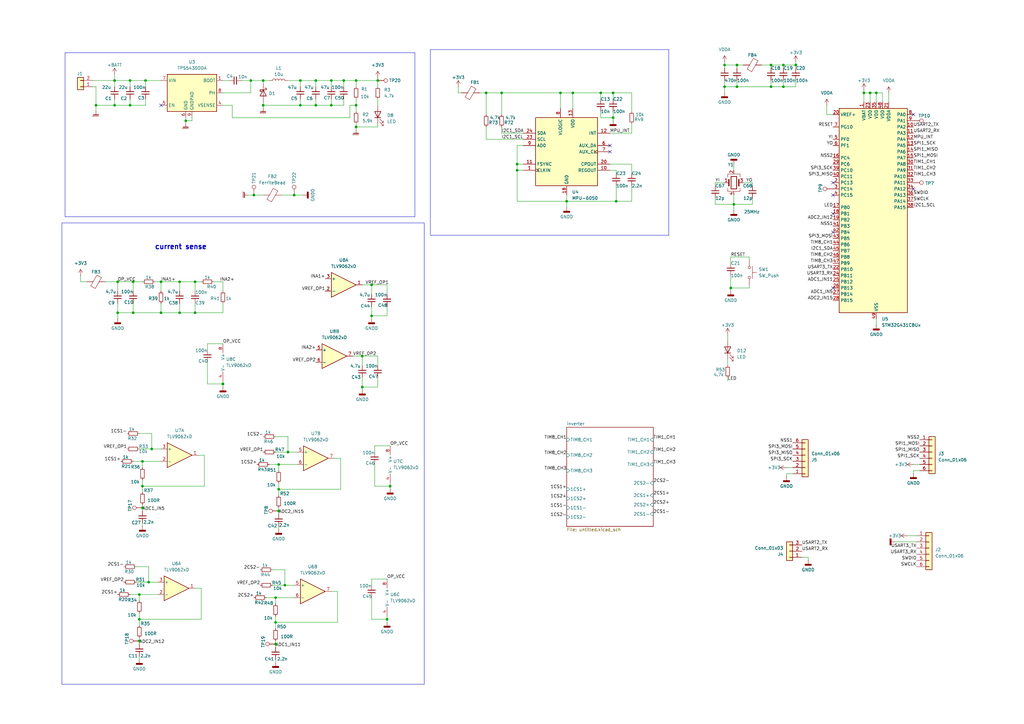
<source format=kicad_sch>
(kicad_sch (version 20231120) (generator "eeschema") (generator_version "8.0")
  (paper "A3")
  (title_block (title "bldc_controller") (date "2023-12-04"))
  (junction (at 113.03 245.11))
  (junction (at 123.19 43.18))
  (junction (at 158.75 254))
  (junction (at 154.94 33.02))
  (junction (at 53.34 43.18))
  (junction (at 359.41 38.1))
  (junction (at 152.4 116.84))
  (junction (at 135.89 43.18))
  (junction (at 199.39 38.1))
  (junction (at 57.15 243.84))
  (junction (at 146.05 33.02))
  (junction (at 80.01 128.27))
  (junction (at 59.69 33.02))
  (junction (at 152.4 129.54))
  (junction (at 73.66 115.57))
  (junction (at 116.84 240.03))
  (junction (at 118.11 185.42))
  (junction (at 251.46 38.1))
  (junction (at 135.89 33.02))
  (junction (at 48.26 115.57))
  (junction (at 76.2 49.53))
  (junction (at 66.04 128.27))
  (junction (at 46.99 43.18))
  (junction (at 66.04 115.57))
  (junction (at 212.09 69.85))
  (junction (at 212.09 67.31))
  (junction (at 73.66 128.27))
  (junction (at 57.15 262.89))
  (junction (at 321.31 26.67))
  (junction (at 62.23 184.15))
  (junction (at 58.42 199.39))
  (junction (at 232.41 82.55))
  (junction (at 326.39 26.67))
  (junction (at 297.18 35.56))
  (junction (at 146.05 52.07))
  (junction (at 234.95 38.1))
  (junction (at 107.95 33.02))
  (junction (at 321.31 35.56))
  (junction (at 113.03 255.27))
  (junction (at 48.26 128.27))
  (junction (at 356.87 38.1))
  (junction (at 300.99 83.82))
  (junction (at 39.37 43.18))
  (junction (at 129.54 43.18))
  (junction (at 205.74 38.1))
  (junction (at 113.03 264.16))
  (junction (at 114.3 200.66))
  (junction (at 46.99 33.02))
  (junction (at 54.61 128.27))
  (junction (at 123.19 33.02))
  (junction (at 302.26 26.67))
  (junction (at 316.23 35.56))
  (junction (at 54.61 115.57))
  (junction (at 57.15 254))
  (junction (at 114.3 209.55))
  (junction (at 104.14 80.01))
  (junction (at 120.65 80.01))
  (junction (at 246.38 38.1))
  (junction (at 354.33 38.1))
  (junction (at 252.73 82.55))
  (junction (at 148.59 158.75))
  (junction (at 91.44 157.48))
  (junction (at 58.42 189.23))
  (junction (at 302.26 35.56))
  (junction (at 146.05 43.18))
  (junction (at 60.96 238.76))
  (junction (at 129.54 33.02))
  (junction (at 53.34 33.02))
  (junction (at 160.02 199.39))
  (junction (at 58.42 208.28))
  (junction (at 316.23 26.67))
  (junction (at 251.46 48.26))
  (junction (at 114.3 190.5))
  (junction (at 80.01 115.57))
  (junction (at 107.95 43.18))
  (junction (at 102.87 33.02))
  (junction (at 148.59 146.05))
  (junction (at 229.87 38.1))
  (junction (at 299.72 118.11))
  (junction (at 140.97 33.02))
  (junction (at 297.18 26.67))
  (no_connect (at 374.65 46.99))
  (no_connect (at 250.19 62.23))
  (no_connect (at 341.63 95.25))
  (no_connect (at 341.63 87.63))
  (no_connect (at 341.63 74.93))
  (no_connect (at 374.65 77.47))
  (no_connect (at 341.63 118.11))
  (no_connect (at 341.63 80.01))
  (no_connect (at 66.04 43.18))
  (no_connect (at 250.19 59.69))
  (wire (pts (xy 54.61 124.46) (xy 54.61 128.27)))
  (wire (pts (xy 307.34 106.68) (xy 307.34 105.41)))
  (wire (pts (xy 54.61 128.27) (xy 48.26 128.27)))
  (wire (pts (xy 148.59 154.94) (xy 148.59 158.75)))
  (wire (pts (xy 48.26 128.27) (xy 48.26 130.81)))
  (wire (pts (xy 300.99 83.82) (xy 300.99 80.01)))
  (wire (pts (xy 297.18 26.67) (xy 302.26 26.67)))
  (wire (pts (xy 83.82 186.69) (xy 81.28 186.69)))
  (wire (pts (xy 302.26 26.67) (xy 304.8 26.67)))
  (wire (pts (xy 66.04 128.27) (xy 73.66 128.27)))
  (wire (pts (xy 73.66 124.46) (xy 73.66 128.27)))
  (wire (pts (xy 54.61 115.57) (xy 58.42 115.57)))
  (wire (pts (xy 63.5 115.57) (xy 66.04 115.57)))
  (wire (pts (xy 158.75 237.49) (xy 152.4 237.49)))
  (wire (pts (xy 144.78 146.05) (xy 148.59 146.05)))
  (wire (pts (xy 111.76 240.03) (xy 116.84 240.03)))
  (wire (pts (xy 154.94 154.94) (xy 154.94 158.75)))
  (wire (pts (xy 372.11 219.71) (xy 375.92 219.71)))
  (wire (pts (xy 48.26 124.46) (xy 48.26 128.27)))
  (wire (pts (xy 111.76 233.68) (xy 116.84 233.68)))
  (wire (pts (xy 356.87 38.1) (xy 356.87 41.91)))
  (wire (pts (xy 123.19 40.64) (xy 123.19 43.18)))
  (wire (pts (xy 148.59 116.84) (xy 152.4 116.84)))
  (wire (pts (xy 120.65 80.01) (xy 124.46 80.01)))
  (wire (pts (xy 187.96 38.1) (xy 189.23 38.1)))
  (wire (pts (xy 374.65 193.04) (xy 374.65 194.31)))
  (wire (pts (xy 146.05 43.18) (xy 143.51 43.18)))
  (wire (pts (xy 302.26 35.56) (xy 316.23 35.56)))
  (wire (pts (xy 321.31 26.67) (xy 326.39 26.67)))
  (wire (pts (xy 302.26 33.02) (xy 302.26 35.56)))
  (wire (pts (xy 114.3 200.66) (xy 114.3 203.2)))
  (wire (pts (xy 135.89 33.02) (xy 140.97 33.02)))
  (wire (pts (xy 214.63 69.85) (xy 212.09 69.85)))
  (wire (pts (xy 158.75 254) (xy 158.75 255.27)))
  (wire (pts (xy 359.41 38.1) (xy 361.95 38.1)))
  (wire (pts (xy 114.3 200.66) (xy 139.7 200.66)))
  (wire (pts (xy 91.44 115.57) (xy 91.44 119.38)))
  (wire (pts (xy 58.42 199.39) (xy 83.82 199.39)))
  (wire (pts (xy 205.74 38.1) (xy 229.87 38.1)))
  (wire (pts (xy 102.87 38.1) (xy 102.87 33.02)))
  (wire (pts (xy 154.94 50.8) (xy 154.94 52.07)))
  (wire (pts (xy 196.85 38.1) (xy 199.39 38.1)))
  (wire (pts (xy 298.45 137.16) (xy 298.45 139.7)))
  (wire (pts (xy 259.08 50.8) (xy 259.08 54.61)))
  (wire (pts (xy 57.15 243.84) (xy 64.77 243.84)))
  (wire (pts (xy 78.74 48.26) (xy 78.74 49.53)))
  (wire (pts (xy 129.54 33.02) (xy 123.19 33.02)))
  (wire (pts (xy 299.72 118.11) (xy 307.34 118.11)))
  (wire (pts (xy 354.33 38.1) (xy 356.87 38.1)))
  (wire (pts (xy 232.41 80.01) (xy 232.41 82.55)))
  (wire (pts (xy 302.26 27.94) (xy 302.26 26.67)))
  (wire (pts (xy 113.03 245.11) (xy 120.65 245.11)))
  (wire (pts (xy 53.34 40.64) (xy 53.34 43.18)))
  (wire (pts (xy 328.93 228.6) (xy 331.47 228.6)))
  (wire (pts (xy 326.39 26.67) (xy 326.39 27.94)))
  (wire (pts (xy 138.43 255.27) (xy 138.43 242.57)))
  (wire (pts (xy 205.74 54.61) (xy 214.63 54.61)))
  (wire (pts (xy 123.19 35.56) (xy 123.19 33.02)))
  (wire (pts (xy 59.69 33.02) (xy 66.04 33.02)))
  (wire (pts (xy 312.42 26.67) (xy 316.23 26.67)))
  (wire (pts (xy 118.11 185.42) (xy 121.92 185.42)))
  (wire (pts (xy 57.15 254) (xy 57.15 256.54)))
  (wire (pts (xy 53.34 243.84) (xy 57.15 243.84)))
  (wire (pts (xy 85.09 140.97) (xy 85.09 143.51)))
  (wire (pts (xy 113.03 262.89) (xy 113.03 264.16)))
  (wire (pts (xy 232.41 82.55) (xy 232.41 85.09)))
  (wire (pts (xy 293.37 74.93) (xy 293.37 76.2)))
  (wire (pts (xy 158.75 125.73) (xy 158.75 129.54)))
  (wire (pts (xy 129.54 40.64) (xy 129.54 43.18)))
  (wire (pts (xy 307.34 105.41) (xy 299.72 105.41)))
  (wire (pts (xy 33.02 115.57) (xy 35.56 115.57)))
  (wire (pts (xy 38.1 33.02) (xy 46.99 33.02)))
  (wire (pts (xy 39.37 43.18) (xy 39.37 35.56)))
  (wire (pts (xy 322.58 191.77) (xy 325.12 191.77)))
  (wire (pts (xy 308.61 81.28) (xy 308.61 83.82)))
  (wire (pts (xy 154.94 146.05) (xy 154.94 149.86)))
  (wire (pts (xy 76.2 49.53) (xy 76.2 48.26)))
  (wire (pts (xy 250.19 69.85) (xy 252.73 69.85)))
  (wire (pts (xy 62.23 177.8) (xy 62.23 184.15)))
  (wire (pts (xy 152.4 129.54) (xy 158.75 129.54)))
  (wire (pts (xy 298.45 154.94) (xy 298.45 156.21)))
  (wire (pts (xy 322.58 194.31) (xy 325.12 194.31)))
  (wire (pts (xy 46.99 35.56) (xy 46.99 33.02)))
  (wire (pts (xy 199.39 38.1) (xy 205.74 38.1)))
  (wire (pts (xy 367.03 222.25) (xy 375.92 222.25)))
  (wire (pts (xy 102.87 33.02) (xy 107.95 33.02)))
  (wire (pts (xy 146.05 33.02) (xy 140.97 33.02)))
  (wire (pts (xy 354.33 38.1) (xy 354.33 41.91)))
  (wire (pts (xy 252.73 76.2) (xy 252.73 82.55)))
  (wire (pts (xy 374.65 190.5) (xy 377.19 190.5)))
  (wire (pts (xy 113.03 252.73) (xy 113.03 255.27)))
  (wire (pts (xy 57.15 177.8) (xy 62.23 177.8)))
  (wire (pts (xy 135.89 40.64) (xy 135.89 43.18)))
  (wire (pts (xy 148.59 146.05) (xy 148.59 149.86)))
  (wire (pts (xy 135.89 35.56) (xy 135.89 33.02)))
  (wire (pts (xy 300.99 69.85) (xy 300.99 67.31)))
  (wire (pts (xy 359.41 130.81) (xy 359.41 133.35)))
  (wire (pts (xy 114.3 190.5) (xy 121.92 190.5)))
  (wire (pts (xy 53.34 33.02) (xy 59.69 33.02)))
  (wire (pts (xy 114.3 190.5) (xy 114.3 193.04)))
  (wire (pts (xy 234.95 38.1) (xy 246.38 38.1)))
  (wire (pts (xy 135.89 43.18) (xy 129.54 43.18)))
  (wire (pts (xy 229.87 38.1) (xy 234.95 38.1)))
  (wire (pts (xy 331.47 228.6) (xy 331.47 229.87)))
  (wire (pts (xy 297.18 35.56) (xy 302.26 35.56)))
  (wire (pts (xy 95.25 48.26) (xy 95.25 43.18)))
  (wire (pts (xy 143.51 48.26) (xy 95.25 48.26)))
  (wire (pts (xy 304.8 74.93) (xy 308.61 74.93)))
  (wire (pts (xy 297.18 26.67) (xy 297.18 27.94)))
  (wire (pts (xy 113.03 264.16) (xy 113.03 265.43)))
  (wire (pts (xy 114.3 198.12) (xy 114.3 200.66)))
  (wire (pts (xy 73.66 115.57) (xy 80.01 115.57)))
  (wire (pts (xy 252.73 69.85) (xy 252.73 71.12)))
  (wire (pts (xy 154.94 40.64) (xy 154.94 43.18)))
  (wire (pts (xy 250.19 67.31) (xy 259.08 67.31)))
  (wire (pts (xy 326.39 25.4) (xy 326.39 26.67)))
  (wire (pts (xy 138.43 242.57) (xy 135.89 242.57)))
  (wire (pts (xy 114.3 209.55) (xy 114.3 210.82)))
  (wire (pts (xy 316.23 33.02) (xy 316.23 35.56)))
  (wire (pts (xy 143.51 43.18) (xy 143.51 48.26)))
  (wire (pts (xy 59.69 40.64) (xy 59.69 43.18)))
  (wire (pts (xy 66.04 115.57) (xy 66.04 119.38)))
  (wire (pts (xy 91.44 140.97) (xy 85.09 140.97)))
  (wire (pts (xy 297.18 35.56) (xy 297.18 38.1)))
  (wire (pts (xy 139.7 187.96) (xy 137.16 187.96)))
  (wire (pts (xy 48.26 115.57) (xy 48.26 119.38)))
  (wire (pts (xy 293.37 81.28) (xy 293.37 83.82)))
  (wire (pts (xy 259.08 67.31) (xy 259.08 71.12)))
  (wire (pts (xy 116.84 240.03) (xy 120.65 240.03)))
  (wire (pts (xy 54.61 189.23) (xy 58.42 189.23)))
  (wire (pts (xy 153.67 199.39) (xy 160.02 199.39)))
  (wire (pts (xy 80.01 124.46) (xy 80.01 128.27)))
  (wire (pts (xy 199.39 57.15) (xy 199.39 52.07)))
  (wire (pts (xy 57.15 243.84) (xy 57.15 246.38)))
  (wire (pts (xy 54.61 115.57) (xy 54.61 119.38)))
  (wire (pts (xy 115.57 80.01) (xy 120.65 80.01)))
  (wire (pts (xy 113.03 270.51) (xy 113.03 271.78)))
  (wire (pts (xy 113.03 255.27) (xy 113.03 257.81)))
  (wire (pts (xy 229.87 38.1) (xy 229.87 44.45)))
  (wire (pts (xy 322.58 194.31) (xy 322.58 195.58)))
  (wire (pts (xy 152.4 125.73) (xy 152.4 129.54)))
  (wire (pts (xy 293.37 83.82) (xy 300.99 83.82)))
  (wire (pts (xy 316.23 26.67) (xy 321.31 26.67)))
  (wire (pts (xy 154.94 52.07) (xy 146.05 52.07)))
  (wire (pts (xy 307.34 116.84) (xy 307.34 118.11)))
  (wire (pts (xy 321.31 26.67) (xy 321.31 27.94)))
  (wire (pts (xy 82.55 241.3) (xy 80.01 241.3)))
  (wire (pts (xy 58.42 214.63) (xy 58.42 215.9)))
  (wire (pts (xy 259.08 38.1) (xy 251.46 38.1)))
  (wire (pts (xy 160.02 199.39) (xy 160.02 198.12)))
  (wire (pts (xy 146.05 52.07) (xy 146.05 50.8)))
  (wire (pts (xy 246.38 38.1) (xy 251.46 38.1)))
  (wire (pts (xy 91.44 157.48) (xy 91.44 158.75)))
  (wire (pts (xy 160.02 199.39) (xy 160.02 200.66)))
  (wire (pts (xy 62.23 184.15) (xy 66.04 184.15)))
  (wire (pts (xy 116.84 233.68) (xy 116.84 240.03)))
  (wire (pts (xy 57.15 262.89) (xy 57.15 264.16)))
  (wire (pts (xy 82.55 254) (xy 82.55 241.3)))
  (wire (pts (xy 246.38 38.1) (xy 246.38 40.64)))
  (wire (pts (xy 59.69 35.56) (xy 59.69 33.02)))
  (wire (pts (xy 139.7 200.66) (xy 139.7 187.96)))
  (wire (pts (xy 152.4 237.49) (xy 152.4 240.03)))
  (wire (pts (xy 212.09 69.85) (xy 212.09 82.55)))
  (wire (pts (xy 129.54 35.56) (xy 129.54 33.02)))
  (wire (pts (xy 146.05 53.34) (xy 146.05 52.07)))
  (wire (pts (xy 129.54 43.18) (xy 123.19 43.18)))
  (wire (pts (xy 99.06 33.02) (xy 102.87 33.02)))
  (wire (pts (xy 91.44 156.21) (xy 91.44 157.48)))
  (wire (pts (xy 83.82 199.39) (xy 83.82 186.69)))
  (wire (pts (xy 299.72 105.41) (xy 299.72 107.95)))
  (wire (pts (xy 91.44 38.1) (xy 102.87 38.1)))
  (wire (pts (xy 39.37 35.56) (xy 38.1 35.56)))
  (wire (pts (xy 298.45 147.32) (xy 298.45 149.86)))
  (wire (pts (xy 361.95 38.1) (xy 361.95 41.91)))
  (wire (pts (xy 359.41 38.1) (xy 359.41 41.91)))
  (wire (pts (xy 46.99 43.18) (xy 53.34 43.18)))
  (wire (pts (xy 212.09 82.55) (xy 232.41 82.55)))
  (wire (pts (xy 299.72 113.03) (xy 299.72 118.11)))
  (wire (pts (xy 158.75 116.84) (xy 158.75 120.65)))
  (wire (pts (xy 148.59 158.75) (xy 154.94 158.75)))
  (wire (pts (xy 152.4 129.54) (xy 152.4 130.81)))
  (wire (pts (xy 76.2 49.53) (xy 78.74 49.53)))
  (wire (pts (xy 321.31 33.02) (xy 321.31 35.56)))
  (wire (pts (xy 87.63 115.57) (xy 91.44 115.57)))
  (wire (pts (xy 104.14 80.01) (xy 107.95 80.01)))
  (wire (pts (xy 85.09 148.59) (xy 85.09 157.48)))
  (wire (pts (xy 129.54 33.02) (xy 135.89 33.02)))
  (wire (pts (xy 234.95 38.1) (xy 234.95 44.45)))
  (wire (pts (xy 212.09 67.31) (xy 212.09 69.85)))
  (wire (pts (xy 308.61 74.93) (xy 308.61 76.2)))
  (wire (pts (xy 113.03 255.27) (xy 138.43 255.27)))
  (wire (pts (xy 114.3 208.28) (xy 114.3 209.55)))
  (wire (pts (xy 107.95 33.02) (xy 110.49 33.02)))
  (wire (pts (xy 114.3 215.9) (xy 114.3 217.17)))
  (wire (pts (xy 154.94 35.56) (xy 154.94 33.02)))
  (wire (pts (xy 57.15 251.46) (xy 57.15 254)))
  (wire (pts (xy 153.67 190.5) (xy 153.67 199.39)))
  (wire (pts (xy 321.31 35.56) (xy 326.39 35.56)))
  (wire (pts (xy 53.34 43.18) (xy 59.69 43.18)))
  (wire (pts (xy 152.4 116.84) (xy 158.75 116.84)))
  (wire (pts (xy 80.01 115.57) (xy 80.01 119.38)))
  (wire (pts (xy 58.42 199.39) (xy 58.42 201.93)))
  (wire (pts (xy 66.04 124.46) (xy 66.04 128.27)))
  (wire (pts (xy 354.33 36.83) (xy 354.33 38.1)))
  (wire (pts (xy 46.99 30.48) (xy 46.99 33.02)))
  (wire (pts (xy 251.46 38.1) (xy 251.46 40.64)))
  (wire (pts (xy 57.15 184.15) (xy 62.23 184.15)))
  (wire (pts (xy 326.39 33.02) (xy 326.39 35.56)))
  (wire (pts (xy 58.42 189.23) (xy 58.42 191.77)))
  (wire (pts (xy 39.37 45.72) (xy 39.37 43.18)))
  (wire (pts (xy 339.09 43.18) (xy 339.09 46.99)))
  (wire (pts (xy 113.03 179.07) (xy 118.11 179.07)))
  (wire (pts (xy 55.88 238.76) (xy 60.96 238.76)))
  (wire (pts (xy 297.18 33.02) (xy 297.18 35.56)))
  (wire (pts (xy 160.02 182.88) (xy 153.67 182.88)))
  (wire (pts (xy 123.19 33.02) (xy 118.11 33.02)))
  (wire (pts (xy 57.15 269.24) (xy 57.15 270.51)))
  (wire (pts (xy 259.08 45.72) (xy 259.08 38.1)))
  (wire (pts (xy 58.42 208.28) (xy 58.42 209.55)))
  (wire (pts (xy 251.46 45.72) (xy 251.46 48.26)))
  (wire (pts (xy 199.39 38.1) (xy 199.39 46.99)))
  (wire (pts (xy 252.73 82.55) (xy 232.41 82.55)))
  (wire (pts (xy 259.08 82.55) (xy 252.73 82.55)))
  (wire (pts (xy 339.09 46.99) (xy 341.63 46.99)))
  (wire (pts (xy 146.05 33.02) (xy 154.94 33.02)))
  (wire (pts (xy 152.4 116.84) (xy 152.4 120.65)))
  (wire (pts (xy 214.63 57.15) (xy 199.39 57.15)))
  (wire (pts (xy 187.96 35.56) (xy 187.96 38.1)))
  (wire (pts (xy 297.18 25.4) (xy 297.18 26.67)))
  (wire (pts (xy 53.34 35.56) (xy 53.34 33.02)))
  (wire (pts (xy 80.01 115.57) (xy 82.55 115.57)))
  (wire (pts (xy 55.88 232.41) (xy 60.96 232.41)))
  (wire (pts (xy 95.25 43.18) (xy 91.44 43.18)))
  (wire (pts (xy 107.95 33.02) (xy 107.95 34.29)))
  (wire (pts (xy 66.04 115.57) (xy 73.66 115.57)))
  (wire (pts (xy 152.4 245.11) (xy 152.4 254)))
  (wire (pts (xy 66.04 128.27) (xy 54.61 128.27)))
  (wire (pts (xy 205.74 52.07) (xy 205.74 54.61)))
  (wire (pts (xy 148.59 146.05) (xy 154.94 146.05)))
  (wire (pts (xy 154.94 31.75) (xy 154.94 33.02)))
  (wire (pts (xy 316.23 26.67) (xy 316.23 27.94)))
  (wire (pts (xy 57.15 261.62) (xy 57.15 262.89)))
  (wire (pts (xy 46.99 40.64) (xy 46.99 43.18)))
  (wire (pts (xy 39.37 43.18) (xy 46.99 43.18)))
  (wire (pts (xy 109.22 245.11) (xy 113.03 245.11)))
  (wire (pts (xy 153.67 182.88) (xy 153.67 185.42)))
  (wire (pts (xy 46.99 33.02) (xy 53.34 33.02)))
  (wire (pts (xy 246.38 48.26) (xy 251.46 48.26)))
  (wire (pts (xy 107.95 41.91) (xy 107.95 43.18)))
  (wire (pts (xy 212.09 59.69) (xy 212.09 67.31)))
  (wire (pts (xy 58.42 207.01) (xy 58.42 208.28)))
  (wire (pts (xy 118.11 179.07) (xy 118.11 185.42)))
  (wire (pts (xy 300.99 83.82) (xy 308.61 83.82)))
  (wire (pts (xy 148.59 158.75) (xy 148.59 160.02)))
  (wire (pts (xy 205.74 46.99) (xy 205.74 38.1)))
  (wire (pts (xy 152.4 254) (xy 158.75 254)))
  (wire (pts (xy 91.44 128.27) (xy 80.01 128.27)))
  (wire (pts (xy 80.01 128.27) (xy 73.66 128.27)))
  (wire (pts (xy 364.49 38.1) (xy 364.49 41.91)))
  (wire (pts (xy 91.44 33.02) (xy 93.98 33.02)))
  (wire (pts (xy 299.72 118.11) (xy 299.72 119.38)))
  (wire (pts (xy 113.03 185.42) (xy 118.11 185.42)))
  (wire (pts (xy 43.18 115.57) (xy 48.26 115.57)))
  (wire (pts (xy 146.05 35.56) (xy 146.05 33.02)))
  (wire (pts (xy 158.75 254) (xy 158.75 252.73)))
  (wire (pts (xy 214.63 59.69) (xy 212.09 59.69)))
  (wire (pts (xy 246.38 45.72) (xy 246.38 48.26)))
  (wire (pts (xy 140.97 40.64) (xy 140.97 43.18)))
  (wire (pts (xy 297.18 74.93) (xy 293.37 74.93)))
  (wire (pts (xy 33.02 113.03) (xy 33.02 115.57)))
  (wire (pts (xy 107.95 43.18) (xy 107.95 44.45)))
  (wire (pts (xy 57.15 254) (xy 82.55 254)))
  (wire (pts (xy 300.99 83.82) (xy 300.99 86.36)))
  (wire (pts (xy 251.46 48.26) (xy 251.46 49.53)))
  (wire (pts (xy 101.6 80.01) (xy 104.14 80.01)))
  (wire (pts (xy 140.97 43.18) (xy 135.89 43.18)))
  (wire (pts (xy 146.05 40.64) (xy 146.05 43.18)))
  (wire (pts (xy 140.97 35.56) (xy 140.97 33.02)))
  (wire (pts (xy 58.42 189.23) (xy 66.04 189.23)))
  (wire (pts (xy 214.63 67.31) (xy 212.09 67.31)))
  (wire (pts (xy 146.05 43.18) (xy 146.05 45.72)))
  (wire (pts (xy 113.03 245.11) (xy 113.03 247.65)))
  (wire (pts (xy 60.96 238.76) (xy 64.77 238.76)))
  (wire (pts (xy 259.08 54.61) (xy 250.19 54.61)))
  (wire (pts (xy 316.23 35.56) (xy 321.31 35.56)))
  (wire (pts (xy 60.96 232.41) (xy 60.96 238.76)))
  (wire (pts (xy 374.65 193.04) (xy 377.19 193.04)))
  (wire (pts (xy 58.42 196.85) (xy 58.42 199.39)))
  (wire (pts (xy 54.61 115.57) (xy 48.26 115.57)))
  (wire (pts (xy 356.87 38.1) (xy 359.41 38.1)))
  (wire (pts (xy 110.49 190.5) (xy 114.3 190.5)))
  (wire (pts (xy 85.09 157.48) (xy 91.44 157.48)))
  (wire (pts (xy 76.2 50.8) (xy 76.2 49.53)))
  (wire (pts (xy 73.66 115.57) (xy 73.66 119.38)))
  (wire (pts (xy 91.44 124.46) (xy 91.44 128.27)))
  (wire (pts (xy 259.08 76.2) (xy 259.08 82.55)))
  (wire (pts (xy 123.19 43.18) (xy 107.95 43.18)))
  (rectangle (start 25.4 91.44) (end 173.99 280.67))
  (rectangle (start 26.67 21.59) (end 170.18 88.9))
  (rectangle (start 176.53 20.32) (end 274.32 96.52))
  (text "current sense" (at 74.168 101.346 0) (effects (font (size 2.032 2.032) (thickness 0.4064) (bold yes))))
  (label "MPU_INT" (at 250.19 54.61 0))
  (label "2CS2-" (at 106.68 233.68 180))
  (label "TIM8_CH2" (at 341.63 105.41 180))
  (label "1CS2-" (at 107.95 179.07 180))
  (label "2CS1-" (at 50.8 232.41 180))
  (label "NSS2" (at 341.63 64.77 180))
  (label "ADC1_IN11" (at 113.03 265.43 0))
  (label "1CS1-" (at 52.07 177.8 180))
  (label "SPI3_SCK" (at 341.63 69.85 180))
  (label "VREF_OP1" (at 133.35 119.38 180))
  (label "1CS2-" (at 232.41 212.09 180))
  (label "INA2+" (at 90.17 115.57 0))
  (label "ADC1_IN5" (at 341.63 120.65 180))
  (label "VREF_OP2" (at 50.8 238.76 180))
  (label "1CS2+" (at 232.41 204.47 180))
  (label "ADC2_IN15" (at 341.63 123.19 180))
  (label "USART3_TX" (at 341.63 110.49 180))
  (label "YI" (at 341.63 57.15 180))
  (label "SPI1_SCK" (at 377.19 187.96 180))
  (label "NSS2" (at 377.19 180.34 180))
  (label "ADC2_IN12" (at 57.15 264.16 0))
  (label "1CS1-" (at 232.41 208.28 180))
  (label "SPI3_MISO" (at 341.63 72.39 180))
  (label "VREF_OP1" (at 107.95 185.42 180))
  (label "SWCLK" (at 375.92 232.41 180))
  (label "TIM8_CH2" (at 232.41 186.69 180))
  (label "SPI1_MOSI" (at 377.19 182.88 180))
  (label "2CS2+" (at 267.97 207.01 0))
  (label "USART3_TX" (at 375.92 224.79 180))
  (label "NSS1" (at 341.63 92.71 180))
  (label "1CS1+" (at 232.41 200.66 180))
  (label "OP_VCC" (at 48.26 115.57 0))
  (label "ADC2_IN12" (at 341.63 90.17 180))
  (label "TIM1_CH1" (at 374.65 67.31 0))
  (label "2CS1+" (at 267.97 203.2 0))
  (label "OP_VCC" (at 160.02 182.88 0))
  (label "SWDIO" (at 374.65 80.01 0))
  (label "USART2_RX" (at 328.93 226.06 0))
  (label "SPI1_SCK" (at 374.65 59.69 0))
  (label "ADC2_IN15" (at 114.3 210.82 0))
  (label "VREF_OP2" (at 106.68 240.03 180))
  (label "SPI3_MOSI" (at 325.12 184.15 180))
  (label "NSS1" (at 325.12 181.61 180))
  (label "SWCLK" (at 374.65 82.55 0))
  (label "RESET" (at 299.72 105.41 0))
  (label "TIM1_CH1" (at 267.97 180.34 0))
  (label "2CS2+" (at 104.14 245.11 180))
  (label "TIM1_CH3" (at 374.65 72.39 0))
  (label "MPU_INT" (at 374.65 57.15 0))
  (label "INA1+" (at 66.04 115.57 0))
  (label "SWDIO" (at 375.92 229.87 180))
  (label "I2C1_SDA" (at 341.63 102.87 180))
  (label "VREF_OP1" (at 149.86 116.84 0))
  (label "TIM1_CH2" (at 267.97 185.42 0))
  (label "SPI1_MISO" (at 377.19 185.42 180))
  (label "TIM1_CH2" (at 374.65 69.85 0))
  (label "USART2_TX" (at 328.93 223.52 0))
  (label "USART3_RX" (at 341.63 113.03 180))
  (label "TIM8_CH3" (at 232.41 193.04 180))
  (label "SPI3_MISO" (at 325.12 186.69 180))
  (label "2CS1-" (at 267.97 210.82 0))
  (label "OP_VCC" (at 158.75 237.49 0))
  (label "YO" (at 308.61 74.93 180))
  (label "LED" (at 341.63 85.09 180))
  (label "YI" (at 293.37 74.93 0))
  (label "LED" (at 298.45 156.21 0))
  (label "RESET" (at 341.63 52.07 180))
  (label "ADC1_IN5" (at 58.42 209.55 0))
  (label "SPI1_MOSI" (at 374.65 64.77 0))
  (label "YO" (at 341.63 59.69 180))
  (label "SPI3_MOSI" (at 341.63 97.79 180))
  (label "USART2_TX" (at 374.65 52.07 0))
  (label "TIM8_CH3" (at 341.63 107.95 180))
  (label "TIM8_CH1" (at 341.63 100.33 180))
  (label "I2C1_SCL" (at 374.65 85.09 0))
  (label "ADC1_IN11" (at 341.63 115.57 180))
  (label "SPI3_SCK" (at 325.12 189.23 180))
  (label "VREF_OP1" (at 52.07 184.15 180))
  (label "TIM8_CH1" (at 232.41 180.34 180))
  (label "INA2+" (at 129.54 143.51 180))
  (label "2CS2-" (at 267.97 198.12 0))
  (label "VREF_OP2" (at 129.54 148.59 180))
  (label "2CS1+" (at 48.26 243.84 180))
  (label "I2C1_SDA" (at 205.74 54.61 0))
  (label "INA1+" (at 133.35 114.3 180))
  (label "TIM1_CH3" (at 267.97 190.5 0))
  (label "SPI1_MISO" (at 374.65 62.23 0))
  (label "I2C1_SCL" (at 214.63 57.15 180))
  (label "OP_VCC" (at 91.44 140.97 0))
  (label "VREF_OP2" (at 144.78 146.05 0))
  (label "1CS2+" (at 105.41 190.5 180))
  (label "1CS1+" (at 49.53 189.23 180))
  (label "USART3_RX" (at 375.92 227.33 180))
  (label "USART2_RX" (at 374.65 54.61 0))
  (symbol (lib_id "Device:C_Small") (at 158.75 123.19 180) (unit 1)
    (property "Reference" "C48" (at 156.972 125.222 0))
    (property "Value" "100n" (at 156.21 120.904 0))
    (property "Footprint" "Capacitor_SMD:C_0603_1608Metric_Pad1.08x0.95mm_HandSolder" (effects (hide yes)))
    (property "Description" "Unpolarized capacitor, small symbol" (effects (hide yes)))
  )
  (symbol (lib_id "Device:C_Small") (at 96.52 33.02 90) (unit 1)
    (property "Reference" "C4" (at 94.234 31.242 90))
    (property "Value" "10n" (at 99.568 31.496 90))
    (property "Footprint" "Capacitor_SMD:C_0603_1608Metric_Pad1.08x0.95mm_HandSolder" (effects (hide yes)))
    (property "Description" "Unpolarized capacitor, small symbol" (effects (hide yes)))
  )
  (symbol (lib_id "Connector_Generic:Conn_01x06") (at 330.2 189.23 0) (mirror x) (unit 1)
    (property "Reference" "J5" (at 332.74 188.595 0) (effects (justify left)))
    (property "Value" "Conn_01x06" (at 332.74 186.055 0) (effects (justify left)))
    (property "Footprint" "balancerDriver:CONN-SMD_6P-P1.00_MEGASTAR_ZX-SH1.0-6PWT" (effects (hide yes)))
    (property "Description" "Generic connector, single row, 01x06, script generated (kicad-library-utils/schlib/autogen/connector/)" (effects (hide yes)))
  )
  (symbol (lib_id "power:GNDD") (at 113.03 271.78 0) (unit 1)
    (property "Reference" "#PWR035" (effects (hide yes)))
    (property "Value" "GNDD" (at 113.03 275.59 0))
    (property "Description" "Power symbol creates a global label with name \"GNDD\" , digital ground" (effects (hide yes)))
  )
  (symbol (lib_id "Device:R_Small") (at 52.07 189.23 270) (unit 1)
    (property "Reference" "R21" (at 49.784 191.262 90) (effects (justify left)))
    (property "Value" "1k" (at 50.292 187.452 90) (effects (justify left)))
    (property "Footprint" "Resistor_SMD:R_0603_1608Metric_Pad0.98x0.95mm_HandSolder" (effects (hide yes)))
    (property "Description" "Resistor, small symbol" (effects (hide yes)))
  )
  (symbol (lib_id "power:GNDD") (at 322.58 195.58 0) (unit 1)
    (property "Reference" "#PWR018" (effects (hide yes)))
    (property "Value" "GNDD" (at 322.58 199.39 0))
    (property "Description" "Power symbol creates a global label with name \"GNDD\" , digital ground" (effects (hide yes)))
  )
  (symbol (lib_id "Device:R_Small") (at 298.45 152.4 180) (unit 1)
    (property "Reference" "R53" (at 297.434 151.638 0) (effects (justify left)))
    (property "Value" "4.7k" (at 296.926 153.67 0) (effects (justify left)))
    (property "Footprint" "Resistor_SMD:R_0603_1608Metric_Pad0.98x0.95mm_HandSolder" (effects (hide yes)))
    (property "Description" "Resistor, small symbol" (effects (hide yes)))
  )
  (symbol (lib_id "power:VDDA") (at 297.18 25.4 0) (unit 1)
    (property "Reference" "#PWR055" (effects (hide yes)))
    (property "Value" "VDDA" (at 297.18 20.32 0))
    (property "Description" "Power symbol creates a global label with name \"VDDA\"" (effects (hide yes)))
  )
  (symbol (lib_id "Connector:TestPoint") (at 104.14 80.01 0) (unit 1)
    (property "Reference" "TP21" (at 104.14 75.438 90) (effects (justify left)))
    (property "Value" "TestPoint" (effects (hide yes)))
    (property "Footprint" "TestPoint:TestPoint_Pad_D1.0mm" (effects (hide yes)))
    (property "Description" "test point" (effects (hide yes)))
  )
  (symbol (lib_id "Device:C_Small") (at 326.39 30.48 0) (unit 1)
    (property "Reference" "C20" (at 326.39 27.94 0) (effects (justify left)))
    (property "Value" "100n" (at 326.39 33.02 0) (effects (justify left)))
    (property "Footprint" "Capacitor_SMD:C_0603_1608Metric_Pad1.08x0.95mm_HandSolder" (effects (hide yes)))
    (property "Description" "Unpolarized capacitor, small symbol" (effects (hide yes)))
  )
  (symbol (lib_id "power:+BATT") (at 46.99 30.48 0) (unit 1)
    (property "Reference" "#PWR02" (effects (hide yes)))
    (property "Value" "+BATT" (at 46.99 26.67 0))
    (property "Description" "Power symbol creates a global label with name \"+BATT\"" (effects (hide yes)))
  )
  (symbol (lib_id "Device:C_Small") (at 297.18 30.48 0) (unit 1)
    (property "Reference" "C8" (effects (hide yes)))
    (property "Value" "470n" (at 297.18 33.02 0) (effects (justify left)))
    (property "Footprint" "Capacitor_SMD:C_0603_1608Metric_Pad1.08x0.95mm_HandSolder" (effects (hide yes)))
    (property "Description" "Unpolarized capacitor, small symbol" (effects (hide yes)))
  )
  (symbol (lib_id "Device:C_Small") (at 114.3 213.36 180) (unit 1)
    (property "Reference" "C42" (at 111.76 215.646 0))
    (property "Value" "2.2n" (at 116.586 215.392 0))
    (property "Footprint" "Capacitor_SMD:C_0603_1608Metric_Pad1.08x0.95mm_HandSolder" (effects (hide yes)))
    (property "Description" "Unpolarized capacitor, small symbol" (effects (hide yes)))
  )
  (symbol (lib_id "Device:R_Small") (at 205.74 49.53 0) (unit 1)
    (property "Reference" "R72" (at 206.756 50.292 0) (effects (justify left)))
    (property "Value" "4.7k" (at 207.264 48.26 0) (effects (justify left)))
    (property "Footprint" "Resistor_SMD:R_0603_1608Metric_Pad0.98x0.95mm_HandSolder" (effects (hide yes)))
    (property "Description" "Resistor, small symbol" (effects (hide yes)))
  )
  (symbol (lib_id "power:GNDD") (at 58.42 215.9 0) (unit 1)
    (property "Reference" "#PWR026" (effects (hide yes)))
    (property "Value" "GNDD" (at 58.42 219.71 0))
    (property "Description" "Power symbol creates a global label with name \"GNDD\" , digital ground" (effects (hide yes)))
  )
  (symbol (lib_id "Device:C_Small") (at 58.42 212.09 180) (unit 1)
    (property "Reference" "C27" (at 55.88 214.376 0))
    (property "Value" "2.2n" (at 60.96 214.122 0))
    (property "Footprint" "Capacitor_SMD:C_0603_1608Metric_Pad1.08x0.95mm_HandSolder" (effects (hide yes)))
    (property "Description" "Unpolarized capacitor, small symbol" (effects (hide yes)))
  )
  (symbol (lib_id "Device:C_Small") (at 316.23 30.48 0) (unit 1)
    (property "Reference" "C18" (at 316.23 27.94 0) (effects (justify left)))
    (property "Value" "100n" (at 316.23 33.02 0) (effects (justify left)))
    (property "Footprint" "Capacitor_SMD:C_0603_1608Metric_Pad1.08x0.95mm_HandSolder" (effects (hide yes)))
    (property "Description" "Unpolarized capacitor, small symbol" (effects (hide yes)))
  )
  (symbol (lib_id "Device:R_Small") (at 109.22 233.68 270) (unit 1)
    (property "Reference" "R44" (at 106.934 235.712 90) (effects (justify left)))
    (property "Value" "1k" (at 107.442 231.902 90) (effects (justify left)))
    (property "Footprint" "Resistor_SMD:R_0603_1608Metric_Pad0.98x0.95mm_HandSolder" (effects (hide yes)))
    (property "Description" "Resistor, small symbol" (effects (hide yes)))
  )
  (symbol (lib_id "Device:C_Small") (at 154.94 152.4 180) (unit 1)
    (property "Reference" "C47" (at 153.162 154.432 0))
    (property "Value" "100n" (at 152.4 150.114 0))
    (property "Footprint" "Capacitor_SMD:C_0603_1608Metric_Pad1.08x0.95mm_HandSolder" (effects (hide yes)))
    (property "Description" "Unpolarized capacitor, small symbol" (effects (hide yes)))
  )
  (symbol (lib_id "Device:C_Small") (at 53.34 38.1 180) (unit 1)
    (property "Reference" "C2" (at 50.8 40.386 0))
    (property "Value" "22u" (at 50.546 35.814 0))
    (property "Footprint" "Capacitor_SMD:C_0805_2012Metric_Pad1.18x1.45mm_HandSolder" (effects (hide yes)))
    (property "Description" "Unpolarized capacitor, small symbol" (effects (hide yes)))
  )
  (symbol (lib_id "power:GNDD") (at 232.41 85.09 0) (unit 1)
    (property "Reference" "#PWR09" (effects (hide yes)))
    (property "Value" "GNDD" (at 232.41 88.9 0))
    (property "Description" "Power symbol creates a global label with name \"GNDD\" , digital ground" (effects (hide yes)))
  )
  (symbol (lib_id "Device:C_Small") (at 48.26 121.92 180) (unit 1)
    (property "Reference" "C9" (at 45.72 124.206 0))
    (property "Value" "4.7u" (at 45.466 119.634 0))
    (property "Footprint" "Capacitor_SMD:C_0603_1608Metric_Pad1.08x0.95mm_HandSolder" (effects (hide yes)))
    (property "Description" "Unpolarized capacitor, small symbol" (effects (hide yes)))
  )
  (symbol (lib_id "Connector:TestPoint") (at 154.94 33.02 270) (unit 1)
    (property "Reference" "TP20" (at 159.512 33.02 90) (effects (justify left)))
    (property "Value" "TestPoint" (effects (hide yes)))
    (property "Footprint" "TestPoint:TestPoint_Pad_D1.0mm" (effects (hide yes)))
    (property "Description" "test point" (effects (hide yes)))
  )
  (symbol (lib_id "Device:C_Small") (at 46.99 38.1 180) (unit 1)
    (property "Reference" "C1" (at 44.45 40.386 0))
    (property "Value" "22u" (at 43.688 35.814 0))
    (property "Footprint" "Capacitor_SMD:C_0805_2012Metric_Pad1.18x1.45mm_HandSolder" (effects (hide yes)))
    (property "Description" "Unpolarized capacitor, small symbol" (effects (hide yes)))
  )
  (symbol (lib_id "Amplifier_Operational:TLV9062xD") (at 137.16 146.05 0) (unit 2)
    (property "Reference" "U8" (at 137.16 135.89 0))
    (property "Value" "TLV9062xD" (at 137.16 138.43 0))
    (property "Footprint" "Package_SO:SOIC-8_3.9x4.9mm_P1.27mm" (effects (hide yes)))
    (property "Datasheet" "https://www.ti.com/lit/ds/symlink/tlv9062.pdf" (effects (hide yes)))
    (property "Description" "Dual operational amplifier, 300 uV Offset, SOIC-8" (effects (hide yes)))
  )
  (symbol (lib_id "Amplifier_Operational:TLV9062xD") (at 129.54 187.96 0) (unit 2)
    (property "Reference" "U7" (at 129.54 177.8 0))
    (property "Value" "TLV9062xD" (at 129.54 180.34 0))
    (property "Footprint" "Package_SO:SOIC-8_3.9x4.9mm_P1.27mm" (effects (hide yes)))
    (property "Datasheet" "https://www.ti.com/lit/ds/symlink/tlv9062.pdf" (effects (hide yes)))
    (property "Description" "Dual operational amplifier, 300 uV Offset, SOIC-8" (effects (hide yes)))
  )
  (symbol (lib_id "Device:R_Small") (at 57.15 259.08 0) (unit 1)
    (property "Reference" "R35" (at 57.658 255.778 0) (effects (justify left)))
    (property "Value" "100R" (at 59.182 259.842 0) (effects (justify left)))
    (property "Footprint" "Resistor_SMD:R_0603_1608Metric_Pad0.98x0.95mm_HandSolder" (effects (hide yes)))
    (property "Description" "Resistor, small symbol" (effects (hide yes)))
  )
  (symbol (lib_id "Device:R_Small") (at 54.61 184.15 270) (unit 1)
    (property "Reference" "R33" (at 56.896 183.134 90) (effects (justify left)))
    (property "Value" "10k" (at 56.896 185.166 90) (effects (justify left)))
    (property "Footprint" "Resistor_SMD:R_0603_1608Metric_Pad0.98x0.95mm_HandSolder" (effects (hide yes)))
    (property "Description" "Resistor, small symbol" (effects (hide yes)))
  )
  (symbol (lib_id "Device:C_Small") (at 152.4 242.57 180) (unit 1)
    (property "Reference" "C45" (at 150.622 244.602 0))
    (property "Value" "100n" (at 149.86 240.284 0))
    (property "Footprint" "Capacitor_SMD:C_0603_1608Metric_Pad1.08x0.95mm_HandSolder" (effects (hide yes)))
    (property "Description" "Unpolarized capacitor, small symbol" (effects (hide yes)))
  )
  (symbol (lib_id "power:GNDD") (at 300.99 86.36 0) (unit 1)
    (property "Reference" "#PWR043" (effects (hide yes)))
    (property "Value" "GNDD" (at 300.99 90.17 0))
    (property "Description" "Power symbol creates a global label with name \"GNDD\" , digital ground" (effects (hide yes)))
  )
  (symbol (lib_id "power:VDDA") (at 364.49 38.1 0) (unit 1)
    (property "Reference" "#PWR058" (effects (hide yes)))
    (property "Value" "VDDA" (at 364.49 33.02 0))
    (property "Description" "Power symbol creates a global label with name \"VDDA\"" (effects (hide yes)))
  )
  (symbol (lib_id "Device:C_Small") (at 59.69 38.1 180) (unit 1)
    (property "Reference" "C3" (at 57.912 40.132 0))
    (property "Value" "100n" (at 57.15 35.814 0))
    (property "Footprint" "Capacitor_SMD:C_0603_1608Metric_Pad1.08x0.95mm_HandSolder" (effects (hide yes)))
    (property "Description" "Unpolarized capacitor, small symbol" (effects (hide yes)))
  )
  (symbol (lib_id "power:GNDD") (at 251.46 49.53 0) (unit 1)
    (property "Reference" "#PWR011" (effects (hide yes)))
    (property "Value" "GNDD" (effects (hide yes)))
    (property "Description" "Power symbol creates a global label with name \"GNDD\" , digital ground" (effects (hide yes)))
  )
  (symbol (lib_id "Amplifier_Operational:TLV9062xD") (at 128.27 242.57 0) (unit 2)
    (property "Reference" "U6" (at 128.27 232.41 0))
    (property "Value" "TLV9062xD" (at 128.27 234.95 0))
    (property "Footprint" "Package_SO:SOIC-8_3.9x4.9mm_P1.27mm" (effects (hide yes)))
    (property "Datasheet" "https://www.ti.com/lit/ds/symlink/tlv9062.pdf" (effects (hide yes)))
    (property "Description" "Dual operational amplifier, 300 uV Offset, SOIC-8" (effects (hide yes)))
  )
  (symbol (lib_id "Sensor_Motion:MPU-6050") (at 232.41 62.23 0) (unit 1)
    (property "Reference" "U4" (at 234.6041 78.74 0) (effects (justify left)))
    (property "Value" "MPU-6050" (at 234.6041 81.28 0) (effects (justify left)))
    (property "Footprint" "Sensor_Motion:InvenSense_QFN-24_4x4mm_P0.5mm" (effects (hide yes)))
    (property "Datasheet" "https://invensense.tdk.com/wp-content/uploads/2015/02/MPU-6000-Datasheet1.pdf" (effects (hide yes)))
    (property "Description" "InvenSense 6-Axis Motion Sensor, Gyroscope, Accelerometer, I2C" (effects (hide yes)))
  )
  (symbol (lib_id "Connector:TestPoint") (at 114.3 209.55 90) (unit 1)
    (property "Reference" "TP8" (at 109.22 211.074 0) (effects (justify left)))
    (property "Value" "TestPoint" (effects (hide yes)))
    (property "Footprint" "TestPoint:TestPoint_Pad_D1.0mm" (effects (hide yes)))
    (property "Description" "test point" (effects (hide yes)))
  )
  (symbol (lib_id "power:GNDPWR") (at 146.05 53.34 0) (unit 1)
    (property "Reference" "#PWR057" (effects (hide yes)))
    (property "Value" "GNDPWR" (effects (hide yes)))
    (property "Description" "Power symbol creates a global label with name \"GNDPWR\" , global ground" (effects (hide yes)))
  )
  (symbol (lib_id "power:+3V3") (at 298.45 137.16 0) (unit 1)
    (property "Reference" "#PWR062" (effects (hide yes)))
    (property "Value" "+3V3" (at 298.45 133.35 0))
    (property "Description" "Power symbol creates a global label with name \"+3V3\"" (effects (hide yes)))
  )
  (symbol (lib_id "power:GNDD") (at 91.44 158.75 0) (unit 1)
    (property "Reference" "#PWR034" (effects (hide yes)))
    (property "Value" "GNDD" (at 91.44 162.56 0))
    (property "Description" "Power symbol creates a global label with name \"GNDD\" , digital ground" (effects (hide yes)))
  )
  (symbol (lib_id "Connector:TestPoint") (at 374.65 74.93 270) (unit 1)
    (property "Reference" "TP7" (at 379.476 75.184 90) (effects (justify left)))
    (property "Value" "TestPoint" (effects (hide yes)))
    (property "Footprint" "TestPoint:TestPoint_Pad_D1.0mm" (effects (hide yes)))
    (property "Description" "test point" (effects (hide yes)))
  )
  (symbol (lib_id "Device:R_Small") (at 259.08 48.26 0) (unit 1)
    (property "Reference" "R49" (at 260.096 49.022 0) (effects (justify left)))
    (property "Value" "10k" (at 260.604 46.99 0) (effects (justify left)))
    (property "Footprint" "Resistor_SMD:R_0603_1608Metric_Pad0.98x0.95mm_HandSolder" (effects (hide yes)))
    (property "Description" "Resistor, small symbol" (effects (hide yes)))
  )
  (symbol (lib_id "Device:C_Small") (at 308.61 78.74 0) (mirror y) (unit 1)
    (property "Reference" "C68" (at 308.61 76.2 0) (effects (justify left)))
    (property "Value" "12p" (at 308.61 81.28 0) (effects (justify left)))
    (property "Footprint" "Capacitor_SMD:C_0603_1608Metric_Pad1.08x0.95mm_HandSolder" (effects (hide yes)))
    (property "Description" "Unpolarized capacitor, small symbol" (effects (hide yes)))
  )
  (symbol (lib_id "power:GNDD") (at 297.18 38.1 0) (unit 1)
    (property "Reference" "#PWR013" (effects (hide yes)))
    (property "Value" "GNDD" (at 297.18 41.91 0))
    (property "Description" "Power symbol creates a global label with name \"GNDD\" , digital ground" (effects (hide yes)))
  )
  (symbol (lib_id "Amplifier_Operational:TLV9062xD") (at 91.44 148.59 0) (unit 3)
    (property "Reference" "U8" (at 92.71 147.3199 0) (effects (justify left)))
    (property "Value" "TLV9062xD" (at 92.71 149.8599 0) (effects (justify left)))
    (property "Footprint" "Package_SO:SOIC-8_3.9x4.9mm_P1.27mm" (effects (hide yes)))
    (property "Datasheet" "https://www.ti.com/lit/ds/symlink/tlv9062.pdf" (effects (hide yes)))
    (property "Description" "Dual operational amplifier, 300 uV Offset, SOIC-8" (effects (hide yes)))
  )
  (symbol (lib_id "Amplifier_Operational:TLV9062xD") (at 72.39 241.3 0) (unit 1)
    (property "Reference" "U6" (at 72.39 231.14 0))
    (property "Value" "TLV9062xD" (at 72.39 233.68 0))
    (property "Footprint" "Package_SO:SOIC-8_3.9x4.9mm_P1.27mm" (effects (hide yes)))
    (property "Datasheet" "https://www.ti.com/lit/ds/symlink/tlv9062.pdf" (effects (hide yes)))
    (property "Description" "Dual operational amplifier, 300 uV Offset, SOIC-8" (effects (hide yes)))
  )
  (symbol (lib_id "Device:R_Small") (at 53.34 238.76 270) (unit 1)
    (property "Reference" "R31" (at 55.626 237.744 90) (effects (justify left)))
    (property "Value" "10k" (at 55.88 240.03 90) (effects (justify left)))
    (property "Footprint" "Resistor_SMD:R_0603_1608Metric_Pad0.98x0.95mm_HandSolder" (effects (hide yes)))
    (property "Description" "Resistor, small symbol" (effects (hide yes)))
  )
  (symbol (lib_id "Device:R_Small") (at 109.22 240.03 270) (unit 1)
    (property "Reference" "R45" (at 111.506 239.014 90) (effects (justify left)))
    (property "Value" "10k" (at 112.014 241.3 90) (effects (justify left)))
    (property "Footprint" "Resistor_SMD:R_0603_1608Metric_Pad0.98x0.95mm_HandSolder" (effects (hide yes)))
    (property "Description" "Resistor, small symbol" (effects (hide yes)))
  )
  (symbol (lib_id "power:+5V") (at 154.94 31.75 0) (unit 1)
    (property "Reference" "#PWR061" (effects (hide yes)))
    (property "Value" "+3V3" (at 154.94 26.67 0))
    (property "Description" "Power symbol creates a global label with name \"+5V\"" (effects (hide yes)))
  )
  (symbol (lib_id "Device:FerriteBead") (at 308.61 26.67 270) (unit 1)
    (property "Reference" "FB4" (at 308.61 22.606 90))
    (property "Value" "FerriteBead" (effects (hide yes)))
    (property "Footprint" "Capacitor_SMD:C_0603_1608Metric_Pad1.08x0.95mm_HandSolder" (effects (hide yes)))
    (property "Description" "Ferrite bead" (effects (hide yes)))
  )
  (symbol (lib_id "Switch:SW_Push") (at 307.34 111.76 270) (unit 1)
    (property "Reference" "SW1" (at 311.15 110.4899 90) (effects (justify left)))
    (property "Value" "SW_Push" (at 311.15 113.0299 90) (effects (justify left)))
    (property "Footprint" "Button_Switch_SMD:SW_SPST_B3U-1000P" (effects (hide yes)))
    (property "Description" "Push button switch, generic, two pins" (effects (hide yes)))
  )
  (symbol (lib_id "Device:C_Small") (at 259.08 73.66 0) (unit 1)
    (property "Reference" "C24" (at 259.08 71.12 0) (effects (justify left)))
    (property "Value" "2.2n" (at 259.08 76.2 0) (effects (justify left)))
    (property "Footprint" "Capacitor_SMD:C_0603_1608Metric_Pad1.08x0.95mm_HandSolder" (effects (hide yes)))
    (property "Description" "Unpolarized capacitor, small symbol" (effects (hide yes)))
  )
  (symbol (lib_name "+3V3_1") (lib_id "power:+3V3") (at 33.02 113.03 0) (unit 1)
    (property "Reference" "#PWR023" (effects (hide yes)))
    (property "Value" "+3V3" (at 33.02 107.95 0))
    (property "Description" "Power symbol creates a global label with name \"+3V3\"" (effects (hide yes)))
  )
  (symbol (lib_id "Amplifier_Operational:TLV9062xD") (at 73.66 186.69 0) (unit 1)
    (property "Reference" "U7" (at 73.66 176.53 0))
    (property "Value" "TLV9062xD" (at 73.66 179.07 0))
    (property "Footprint" "Package_SO:SOIC-8_3.9x4.9mm_P1.27mm" (effects (hide yes)))
    (property "Datasheet" "https://www.ti.com/lit/ds/symlink/tlv9062.pdf" (effects (hide yes)))
    (property "Description" "Dual operational amplifier, 300 uV Offset, SOIC-8" (effects (hide yes)))
  )
  (symbol (lib_id "power:GNDD") (at 367.03 222.25 270) (unit 1)
    (property "Reference" "#PWR012" (effects (hide yes)))
    (property "Value" "GNDD" (effects (hide yes)))
    (property "Description" "Power symbol creates a global label with name \"GNDD\" , digital ground" (effects (hide yes)))
  )
  (symbol (lib_id "Device:Crystal_GND24") (at 300.99 74.93 0) (unit 1)
    (property "Reference" "Y1" (at 299.72 67.564 0))
    (property "Value" "25MHz" (at 308.356 86.868 0))
    (property "Footprint" "Crystal:Crystal_SMD_SeikoEpson_FA238-4Pin_3.2x2.5mm" (effects (hide yes)))
    (property "Description" "Four pin crystal, GND on pins 2 and 4" (effects (hide yes)))
  )
  (symbol (lib_id "Device:C_Small") (at 153.67 187.96 180) (unit 1)
    (property "Reference" "C46" (at 151.892 189.992 0))
    (property "Value" "100n" (at 151.13 185.674 0))
    (property "Footprint" "Capacitor_SMD:C_0603_1608Metric_Pad1.08x0.95mm_HandSolder" (effects (hide yes)))
    (property "Description" "Unpolarized capacitor, small symbol" (effects (hide yes)))
  )
  (symbol (lib_id "power:GNDD") (at 114.3 217.17 0) (unit 1)
    (property "Reference" "#PWR037" (effects (hide yes)))
    (property "Value" "GNDD" (at 114.3 220.98 0))
    (property "Description" "Power symbol creates a global label with name \"GNDD\" , digital ground" (effects (hide yes)))
  )
  (symbol (lib_id "power:GNDD") (at 331.47 229.87 0) (unit 1)
    (property "Reference" "#PWR016" (effects (hide yes)))
    (property "Value" "GNDD" (at 331.47 233.68 0))
    (property "Description" "Power symbol creates a global label with name \"GNDD\" , digital ground" (effects (hide yes)))
  )
  (symbol (lib_id "Connector_Generic:Conn_01x06") (at 382.27 185.42 0) (unit 1)
    (property "Reference" "J3" (at 384.81 186.055 0) (effects (justify left)))
    (property "Value" "Conn_01x06" (at 384.81 188.595 0) (effects (justify left)))
    (property "Footprint" "balancerDriver:CONN-SMD_6P-P1.00_MEGASTAR_ZX-SH1.0-6PWT" (effects (hide yes)))
    (property "Description" "Generic connector, single row, 01x06, script generated (kicad-library-utils/schlib/autogen/connector/)" (effects (hide yes)))
  )
  (symbol (lib_id "power:GNDD") (at 148.59 160.02 0) (mirror y) (unit 1)
    (property "Reference" "#PWR038" (effects (hide yes)))
    (property "Value" "GNDD" (at 148.59 163.83 0))
    (property "Description" "Power symbol creates a global label with name \"GNDD\" , digital ground" (effects (hide yes)))
  )
  (symbol (lib_id "Device:L") (at 114.3 33.02 90) (unit 1)
    (property "Reference" "L1" (at 114.3 27.94 90))
    (property "Value" "10u" (at 114.3 30.48 90))
    (property "Footprint" "Inductor_SMD:L_Taiyo-Yuden_NR-40xx_HandSoldering" (effects (hide yes)))
    (property "Description" "Inductor" (effects (hide yes)))
  )
  (symbol (lib_id "power:+3V3") (at 354.33 36.83 0) (unit 1)
    (property "Reference" "#PWR044" (effects (hide yes)))
    (property "Value" "+3V3" (at 354.33 33.02 0))
    (property "Description" "Power symbol creates a global label with name \"+3V3\"" (effects (hide yes)))
  )
  (symbol (lib_id "Device:C_Small") (at 140.97 38.1 180) (unit 1)
    (property "Reference" "C50" (at 139.192 40.132 0))
    (property "Value" "100n" (at 138.43 35.814 0))
    (property "Footprint" "Capacitor_SMD:C_0603_1608Metric_Pad1.08x0.95mm_HandSolder" (effects (hide yes)))
    (property "Description" "Unpolarized capacitor, small symbol" (effects (hide yes)))
  )
  (symbol (lib_id "Connector:TestPoint") (at 120.65 80.01 0) (unit 1)
    (property "Reference" "TP22" (at 120.65 75.438 90) (effects (justify left)))
    (property "Value" "TestPoint" (effects (hide yes)))
    (property "Footprint" "TestPoint:TestPoint_Pad_D1.0mm" (effects (hide yes)))
    (property "Description" "test point" (effects (hide yes)))
  )
  (symbol (lib_id "power:GNDD") (at 359.41 133.35 0) (unit 1)
    (property "Reference" "#PWR045" (effects (hide yes)))
    (property "Value" "GNDD" (at 359.41 137.16 0))
    (property "Description" "Power symbol creates a global label with name \"GNDD\" , digital ground" (effects (hide yes)))
  )
  (symbol (lib_id "Device:LED") (at 298.45 143.51 90) (unit 1)
    (property "Reference" "D12" (at 302.26 143.8274 90) (effects (justify right)))
    (property "Value" "LED" (at 302.26 146.3674 90) (effects (justify right)))
    (property "Footprint" "LED_SMD:LED_0805_2012Metric_Pad1.15x1.40mm_HandSolder" (effects (hide yes)))
    (property "Description" "Light emitting diode" (effects (hide yes)))
  )
  (symbol (lib_id "Device:R_Small") (at 57.15 248.92 0) (unit 1)
    (property "Reference" "R34" (at 52.324 246.126 0) (effects (justify left)))
    (property "Value" "10k" (at 52.324 252.222 0) (effects (justify left)))
    (property "Footprint" "Resistor_SMD:R_0603_1608Metric_Pad0.98x0.95mm_HandSolder" (effects (hide yes)))
    (property "Description" "Resistor, small symbol" (effects (hide yes)))
  )
  (symbol (lib_id "power:+3V3") (at 322.58 191.77 90) (unit 1)
    (property "Reference" "#PWR017" (effects (hide yes)))
    (property "Value" "+3V3" (at 317.5 191.77 90))
    (property "Description" "Power symbol creates a global label with name \"+3V3\"" (effects (hide yes)))
  )
  (symbol (lib_id "power:GNDPWR") (at 76.2 50.8 0) (unit 1)
    (property "Reference" "#PWR03" (effects (hide yes)))
    (property "Value" "GNDPWR" (effects (hide yes)))
    (property "Description" "Power symbol creates a global label with name \"GNDPWR\" , global ground" (effects (hide yes)))
  )
  (symbol (lib_id "power:+3V3") (at 187.96 35.56 0) (unit 1)
    (property "Reference" "#PWR010" (effects (hide yes)))
    (property "Value" "+3V3" (at 187.96 31.75 0))
    (property "Description" "Power symbol creates a global label with name \"+3V3\"" (effects (hide yes)))
  )
  (symbol (lib_id "Device:C_Small") (at 251.46 43.18 0) (unit 1)
    (property "Reference" "C22" (at 251.46 40.64 0) (effects (justify left)))
    (property "Value" "100n" (at 251.46 45.72 0) (effects (justify left)))
    (property "Footprint" "Capacitor_SMD:C_0603_1608Metric_Pad1.08x0.95mm_HandSolder" (effects (hide yes)))
    (property "Description" "Unpolarized capacitor, small symbol" (effects (hide yes)))
  )
  (symbol (lib_id "power:VDDA") (at 339.09 43.18 0) (unit 1)
    (property "Reference" "#PWR059" (effects (hide yes)))
    (property "Value" "VDDA" (at 339.09 38.1 0))
    (property "Description" "Power symbol creates a global label with name \"VDDA\"" (effects (hide yes)))
  )
  (symbol (lib_id "power:GNDD") (at 299.72 119.38 0) (unit 1)
    (property "Reference" "#PWR060" (effects (hide yes)))
    (property "Value" "GNDD" (at 299.72 123.19 0))
    (property "Description" "Power symbol creates a global label with name \"GNDD\" , digital ground" (effects (hide yes)))
  )
  (symbol (lib_id "Device:R_Small") (at 113.03 250.19 0) (unit 1)
    (property "Reference" "R48" (at 108.204 247.396 0) (effects (justify left)))
    (property "Value" "10k" (at 108.204 253.492 0) (effects (justify left)))
    (property "Footprint" "Resistor_SMD:R_0603_1608Metric_Pad0.98x0.95mm_HandSolder" (effects (hide yes)))
    (property "Description" "Resistor, small symbol" (effects (hide yes)))
  )
  (symbol (lib_id "power:GNDPWR") (at 101.6 80.01 270) (unit 1)
    (property "Reference" "#PWR04" (effects (hide yes)))
    (property "Value" "GNDPWR" (effects (hide yes)))
    (property "Description" "Power symbol creates a global label with name \"GNDPWR\" , global ground" (effects (hide yes)))
  )
  (symbol (lib_id "Device:C_Small") (at 113.03 267.97 180) (unit 1)
    (property "Reference" "C41" (at 110.49 270.256 0))
    (property "Value" "2.2n" (at 115.824 270.256 0))
    (property "Footprint" "Capacitor_SMD:C_0603_1608Metric_Pad1.08x0.95mm_HandSolder" (effects (hide yes)))
    (property "Description" "Unpolarized capacitor, small symbol" (effects (hide yes)))
  )
  (symbol (lib_id "power:GNDD") (at 158.75 255.27 0) (unit 1)
    (property "Reference" "#PWR040" (effects (hide yes)))
    (property "Value" "GNDD" (at 158.75 259.08 0))
    (property "Description" "Power symbol creates a global label with name \"GNDD\" , digital ground" (effects (hide yes)))
  )
  (symbol (lib_id "Amplifier_Operational:TLV9062xD") (at 140.97 116.84 0) (unit 1)
    (property "Reference" "U8" (at 140.97 106.68 0))
    (property "Value" "TLV9062xD" (at 140.97 109.22 0))
    (property "Footprint" "Package_SO:SOIC-8_3.9x4.9mm_P1.27mm" (effects (hide yes)))
    (property "Datasheet" "https://www.ti.com/lit/ds/symlink/tlv9062.pdf" (effects (hide yes)))
    (property "Description" "Dual operational amplifier, 300 uV Offset, SOIC-8" (effects (hide yes)))
  )
  (symbol (lib_id "Connector_Generic:Conn_01x03") (at 323.85 226.06 180) (unit 1)
    (property "Reference" "J4" (at 321.31 227.3301 0) (effects (justify left)))
    (property "Value" "Conn_01x03" (at 321.31 224.7901 0) (effects (justify left)))
    (property "Footprint" "balancerDriver:CONN-SMD_3P-P1.00_WAFER-SH1.0-3PWB" (effects (hide yes)))
    (property "Description" "Generic connector, single row, 01x03, script generated (kicad-library-utils/schlib/autogen/connector/)" (effects (hide yes)))
  )
  (symbol (lib_id "Device:R_Small") (at 58.42 194.31 0) (unit 1)
    (property "Reference" "R36" (at 53.594 191.516 0) (effects (justify left)))
    (property "Value" "10k" (at 53.594 197.612 0) (effects (justify left)))
    (property "Footprint" "Resistor_SMD:R_0603_1608Metric_Pad0.98x0.95mm_HandSolder" (effects (hide yes)))
    (property "Description" "Resistor, small symbol" (effects (hide yes)))
  )
  (symbol (lib_id "Connector:TestPoint") (at 57.15 262.89 90) (unit 1)
    (property "Reference" "TP18" (at 52.07 264.414 0) (effects (justify left)))
    (property "Value" "TestPoint" (effects (hide yes)))
    (property "Footprint" "TestPoint:TestPoint_Pad_D1.0mm" (effects (hide yes)))
    (property "Description" "test point" (effects (hide yes)))
  )
  (symbol (lib_id "Device:C_Small") (at 57.15 266.7 180) (unit 1)
    (property "Reference" "C11" (at 54.61 268.986 0))
    (property "Value" "2.2n" (at 59.69 268.986 0))
    (property "Footprint" "Capacitor_SMD:C_0603_1608Metric_Pad1.08x0.95mm_HandSolder" (effects (hide yes)))
    (property "Description" "Unpolarized capacitor, small symbol" (effects (hide yes)))
  )
  (symbol (lib_id "Device:FerriteBead") (at 111.76 80.01 90) (unit 1)
    (property "Reference" "FB2" (at 111.7092 72.39 90))
    (property "Value" "FerriteBead" (at 111.7092 74.93 90))
    (property "Footprint" "Resistor_SMD:R_1206_3216Metric_Pad1.30x1.75mm_HandSolder" (effects (hide yes)))
    (property "Description" "Ferrite bead" (effects (hide yes)))
  )
  (symbol (lib_id "Device:LED") (at 154.94 46.99 90) (unit 1)
    (property "Reference" "D8" (at 158.75 47.3074 90) (effects (justify right)))
    (property "Value" "LED" (at 158.75 49.8474 90) (effects (justify right)))
    (property "Footprint" "LED_SMD:LED_0603_1608Metric_Pad1.05x0.95mm_HandSolder" (effects (hide yes)))
    (property "Description" "Light emitting diode" (effects (hide yes)))
  )
  (symbol (lib_id "power:GNDPWR") (at 107.95 44.45 0) (unit 1)
    (property "Reference" "#PWR05" (effects (hide yes)))
    (property "Value" "GNDPWR" (effects (hide yes)))
    (property "Description" "Power symbol creates a global label with name \"GNDPWR\" , global ground" (effects (hide yes)))
  )
  (symbol (lib_id "Device:R_Small") (at 114.3 195.58 0) (unit 1)
    (property "Reference" "R51" (at 109.474 192.786 0) (effects (justify left)))
    (property "Value" "10k" (at 109.474 198.882 0) (effects (justify left)))
    (property "Footprint" "Resistor_SMD:R_0603_1608Metric_Pad0.98x0.95mm_HandSolder" (effects (hide yes)))
    (property "Description" "Resistor, small symbol" (effects (hide yes)))
  )
  (symbol (lib_id "Device:C_Small") (at 321.31 30.48 0) (unit 1)
    (property "Reference" "C19" (at 321.31 27.94 0) (effects (justify left)))
    (property "Value" "100n" (at 321.31 33.02 0) (effects (justify left)))
    (property "Footprint" "Capacitor_SMD:C_0603_1608Metric_Pad1.08x0.95mm_HandSolder" (effects (hide yes)))
    (property "Description" "Unpolarized capacitor, small symbol" (effects (hide yes)))
  )
  (symbol (lib_id "Device:C_Small") (at 129.54 38.1 180) (unit 1)
    (property "Reference" "C6" (at 127 40.386 0))
    (property "Value" "47u" (at 126.746 35.814 0))
    (property "Footprint" "Capacitor_SMD:C_1206_3216Metric_Pad1.33x1.80mm_HandSolder" (effects (hide yes)))
    (property "Description" "Unpolarized capacitor, small symbol" (effects (hide yes)))
  )
  (symbol (lib_id "Device:R_Small") (at 146.05 48.26 0) (unit 1)
    (property "Reference" "R2" (at 148.59 46.9899 0) (effects (justify left)))
    (property "Value" "5.9k" (at 148.59 49.5299 0) (effects (justify left)))
    (property "Footprint" "Resistor_SMD:R_0603_1608Metric_Pad0.98x0.95mm_HandSolder" (effects (hide yes)))
    (property "Description" "Resistor, small symbol" (effects (hide yes)))
  )
  (symbol (lib_id "Device:R_Small") (at 106.68 245.11 270) (unit 1)
    (property "Reference" "R42" (at 104.394 247.142 90) (effects (justify left)))
    (property "Value" "1k" (at 104.902 243.332 90) (effects (justify left)))
    (property "Footprint" "Resistor_SMD:R_0603_1608Metric_Pad0.98x0.95mm_HandSolder" (effects (hide yes)))
    (property "Description" "Resistor, small symbol" (effects (hide yes)))
  )
  (symbol (lib_id "power:GNDD") (at 152.4 130.81 0) (mirror y) (unit 1)
    (property "Reference" "#PWR039" (effects (hide yes)))
    (property "Value" "GNDD" (at 152.4 134.62 0))
    (property "Description" "Power symbol creates a global label with name \"GNDD\" , digital ground" (effects (hide yes)))
  )
  (symbol (lib_id "MCU_ST_STM32G4:STM32G431CBUx") (at 356.87 87.63 0) (unit 1)
    (property "Reference" "U5" (at 361.6041 130.81 0) (effects (justify left)))
    (property "Value" "STM32G431CBUx" (at 361.6041 133.35 0) (effects (justify left)))
    (property "Footprint" "Package_DFN_QFN:QFN-48-1EP_7x7mm_P0.5mm_EP5.6x5.6mm" (effects (hide yes)))
    (property "Datasheet" "https://www.st.com/resource/en/datasheet/stm32g431cb.pdf" (effects (hide yes)))
    (property "Description" "STMicroelectronics Arm Cortex-M4 MCU, 128KB flash, 32KB RAM, 170 MHz, 1.71-3.6V, 42 GPIO, UFQFPN48" (effects (hide yes)))
  )
  (symbol (lib_id "Diode:1N5712UR") (at 107.95 38.1 270) (unit 1)
    (property "Reference" "D1" (at 110.236 38.354 90) (effects (justify left)))
    (property "Value" "1N5712UR" (effects (hide yes)))
    (property "Footprint" "balancerDriver:SMA_L4.3-W2.6-LS5.0-RD" (effects (hide yes)))
    (property "Datasheet" "https://www.microsemi.com/document-portal/doc_download/131890-lds-0040-1-datasheet" (effects (hide yes)))
    (property "Description" "20V 75mA Schottky diode, MELF(DO-213AA)" (effects (hide yes)))
  )
  (symbol (lib_id "Device:R_Small") (at 110.49 179.07 270) (unit 1)
    (property "Reference" "R46" (at 108.204 181.102 90) (effects (justify left)))
    (property "Value" "1k" (at 108.712 177.292 90) (effects (justify left)))
    (property "Footprint" "Resistor_SMD:R_0603_1608Metric_Pad0.98x0.95mm_HandSolder" (effects (hide yes)))
    (property "Description" "Resistor, small symbol" (effects (hide yes)))
  )
  (symbol (lib_id "Device:R_Small") (at 53.34 232.41 270) (unit 1)
    (property "Reference" "R30" (at 51.054 234.442 90) (effects (justify left)))
    (property "Value" "1k" (at 51.562 230.632 90) (effects (justify left)))
    (property "Footprint" "Resistor_SMD:R_0603_1608Metric_Pad0.98x0.95mm_HandSolder" (effects (hide yes)))
    (property "Description" "Resistor, small symbol" (effects (hide yes)))
  )
  (symbol (lib_id "Device:FerriteBead") (at 39.37 115.57 270) (unit 1)
    (property "Reference" "FB3" (at 39.37 111.506 90))
    (property "Value" "FerriteBead" (effects (hide yes)))
    (property "Footprint" "Capacitor_SMD:C_0603_1608Metric_Pad1.08x0.95mm_HandSolder" (effects (hide yes)))
    (property "Description" "Ferrite bead" (effects (hide yes)))
  )
  (symbol (lib_id "Device:C_Small") (at 80.01 121.92 180) (unit 1)
    (property "Reference" "C39" (at 82.042 124.206 0))
    (property "Value" "100n" (at 82.55 119.888 0))
    (property "Footprint" "Capacitor_SMD:C_0603_1608Metric_Pad1.08x0.95mm_HandSolder" (effects (hide yes)))
    (property "Description" "Unpolarized capacitor, small symbol" (effects (hide yes)))
  )
  (symbol (lib_id "Device:R_Small") (at 199.39 49.53 0) (unit 1)
    (property "Reference" "R73" (at 200.406 50.292 0) (effects (justify left)))
    (property "Value" "4.7k" (at 200.914 48.26 0) (effects (justify left)))
    (property "Footprint" "Resistor_SMD:R_0603_1608Metric_Pad0.98x0.95mm_HandSolder" (effects (hide yes)))
    (property "Description" "Resistor, small symbol" (effects (hide yes)))
  )
  (symbol (lib_id "power:GNDD") (at 160.02 200.66 0) (unit 1)
    (property "Reference" "#PWR041" (effects (hide yes)))
    (property "Value" "GNDD" (at 160.02 204.47 0))
    (property "Description" "Power symbol creates a global label with name \"GNDD\" , digital ground" (effects (hide yes)))
  )
  (symbol (lib_id "Device:R_Small") (at 114.3 205.74 0) (unit 1)
    (property "Reference" "R52" (at 114.808 202.438 0) (effects (justify left)))
    (property "Value" "100R" (at 116.332 206.502 0) (effects (justify left)))
    (property "Footprint" "Resistor_SMD:R_0603_1608Metric_Pad0.98x0.95mm_HandSolder" (effects (hide yes)))
    (property "Description" "Resistor, small symbol" (effects (hide yes)))
  )
  (symbol (lib_id "Connector:TestPoint") (at 58.42 208.28 90) (unit 1)
    (property "Reference" "TP17" (at 53.34 209.804 0) (effects (justify left)))
    (property "Value" "TestPoint" (effects (hide yes)))
    (property "Footprint" "TestPoint:TestPoint_Pad_D1.0mm" (effects (hide yes)))
    (property "Description" "test point" (effects (hide yes)))
  )
  (symbol (lib_id "Regulator_Switching:TPS5430DDA") (at 78.74 38.1 0) (unit 1)
    (property "Reference" "U3" (at 78.74 25.4 0))
    (property "Value" "TPS5430DDA" (at 78.74 27.94 0))
    (property "Footprint" "Package_SO:TI_SO-PowerPAD-8_ThermalVias" (effects (hide yes)))
    (property "Datasheet" "http://www.ti.com/lit/ds/symlink/tps5430.pdf" (effects (hide yes)))
    (property "Description" "3A, Step Down Swift Converter, Adjustable Output Voltage, 5.5-36V Input Voltage, PowerSO-8" (effects (hide yes)))
  )
  (symbol (lib_id "Device:R_Small") (at 54.61 177.8 270) (unit 1)
    (property "Reference" "R32" (at 52.324 179.832 90) (effects (justify left)))
    (property "Value" "1k" (at 52.832 176.022 90) (effects (justify left)))
    (property "Footprint" "Resistor_SMD:R_0603_1608Metric_Pad0.98x0.95mm_HandSolder" (effects (hide yes)))
    (property "Description" "Resistor, small symbol" (effects (hide yes)))
  )
  (symbol (lib_id "Device:R_Small") (at 50.8 243.84 270) (unit 1)
    (property "Reference" "R20" (at 48.514 245.872 90) (effects (justify left)))
    (property "Value" "1k" (at 49.022 242.062 90) (effects (justify left)))
    (property "Footprint" "Resistor_SMD:R_0603_1608Metric_Pad0.98x0.95mm_HandSolder" (effects (hide yes)))
    (property "Description" "Resistor, small symbol" (effects (hide yes)))
  )
  (symbol (lib_id "Device:C_Small") (at 246.38 43.18 0) (unit 1)
    (property "Reference" "C13" (at 246.38 40.64 0) (effects (justify left)))
    (property "Value" "10n" (at 246.38 45.72 0) (effects (justify left)))
    (property "Footprint" "Capacitor_SMD:C_0603_1608Metric_Pad1.08x0.95mm_HandSolder" (effects (hide yes)))
    (property "Description" "Unpolarized capacitor, small symbol" (effects (hide yes)))
  )
  (symbol (lib_id "Device:R_Small") (at 110.49 185.42 270) (unit 1)
    (property "Reference" "R47" (at 112.776 184.404 90) (effects (justify left)))
    (property "Value" "10k" (at 113.284 187.198 90) (effects (justify left)))
    (property "Footprint" "Resistor_SMD:R_0603_1608Metric_Pad0.98x0.95mm_HandSolder" (effects (hide yes)))
    (property "Description" "Resistor, small symbol" (effects (hide yes)))
  )
  (symbol (lib_id "Amplifier_Operational:TLV9062xD") (at 158.75 245.11 0) (unit 3)
    (property "Reference" "U6" (at 160.02 243.8399 0) (effects (justify left)))
    (property "Value" "TLV9062xD" (at 160.02 246.3799 0) (effects (justify left)))
    (property "Footprint" "Package_SO:SOIC-8_3.9x4.9mm_P1.27mm" (effects (hide yes)))
    (property "Datasheet" "https://www.ti.com/lit/ds/symlink/tlv9062.pdf" (effects (hide yes)))
    (property "Description" "Dual operational amplifier, 300 uV Offset, SOIC-8" (effects (hide yes)))
  )
  (symbol (lib_id "Device:C_Small") (at 152.4 123.19 180) (unit 1)
    (property "Reference" "C44" (at 149.86 125.476 0))
    (property "Value" "4.7u" (at 149.606 120.904 0))
    (property "Footprint" "Capacitor_SMD:C_0603_1608Metric_Pad1.08x0.95mm_HandSolder" (effects (hide yes)))
    (property "Description" "Unpolarized capacitor, small symbol" (effects (hide yes)))
  )
  (symbol (lib_id "Connector:TestPoint") (at 341.63 77.47 90) (unit 1)
    (property "Reference" "TP9" (at 336.55 78.994 0) (effects (justify left)))
    (property "Value" "TestPoint" (effects (hide yes)))
    (property "Footprint" "TestPoint:TestPoint_Pad_D1.0mm" (effects (hide yes)))
    (property "Description" "test point" (effects (hide yes)))
  )
  (symbol (lib_id "Device:R_Small") (at 113.03 260.35 0) (unit 1)
    (property "Reference" "R50" (at 113.538 257.048 0) (effects (justify left)))
    (property "Value" "100R" (at 115.062 261.112 0) (effects (justify left)))
    (property "Footprint" "Resistor_SMD:R_0603_1608Metric_Pad0.98x0.95mm_HandSolder" (effects (hide yes)))
    (property "Description" "Resistor, small symbol" (effects (hide yes)))
  )
  (symbol (lib_id "Device:C_Small") (at 123.19 38.1 180) (unit 1)
    (property "Reference" "C5" (at 120.65 40.386 0))
    (property "Value" "47u" (at 119.888 35.814 0))
    (property "Footprint" "Capacitor_SMD:C_1206_3216Metric_Pad1.33x1.80mm_HandSolder" (effects (hide yes)))
    (property "Description" "Unpolarized capacitor, small symbol" (effects (hide yes)))
  )
  (symbol (lib_id "Device:R_Small") (at 107.95 190.5 270) (unit 1)
    (property "Reference" "R43" (at 105.664 192.532 90) (effects (justify left)))
    (property "Value" "1k" (at 106.172 188.722 90) (effects (justify left)))
    (property "Footprint" "Resistor_SMD:R_0603_1608Metric_Pad0.98x0.95mm_HandSolder" (effects (hide yes)))
    (property "Description" "Resistor, small symbol" (effects (hide yes)))
  )
  (symbol (lib_id "Device:R_Small") (at 154.94 38.1 0) (unit 1)
    (property "Reference" "R3" (at 157.48 36.8299 0) (effects (justify left)))
    (property "Value" "4.7k" (at 157.48 39.3699 0) (effects (justify left)))
    (property "Footprint" "Resistor_SMD:R_0603_1608Metric_Pad0.98x0.95mm_HandSolder" (effects (hide yes)))
    (property "Description" "Resistor, small symbol" (effects (hide yes)))
  )
  (symbol (lib_id "Device:C_Small") (at 293.37 78.74 0) (unit 1)
    (property "Reference" "C67" (at 293.37 76.2 0) (effects (justify left)))
    (property "Value" "12p" (at 293.37 81.28 0) (effects (justify left)))
    (property "Footprint" "Capacitor_SMD:C_0603_1608Metric_Pad1.08x0.95mm_HandSolder" (effects (hide yes)))
    (property "Description" "Unpolarized capacitor, small symbol" (effects (hide yes)))
  )
  (symbol (lib_id "Device:C_Small") (at 135.89 38.1 180) (unit 1)
    (property "Reference" "C7" (at 134.112 40.132 0))
    (property "Value" "47u" (at 133.35 35.814 0))
    (property "Footprint" "Capacitor_SMD:C_1206_3216Metric_Pad1.33x1.80mm_HandSolder" (effects (hide yes)))
    (property "Description" "Unpolarized capacitor, small symbol" (effects (hide yes)))
  )
  (symbol (lib_id "Device:C_Small") (at 54.61 121.92 180) (unit 1)
    (property "Reference" "C10" (at 52.832 123.952 0))
    (property "Value" "100n" (at 52.07 119.634 0))
    (property "Footprint" "Capacitor_SMD:C_0603_1608Metric_Pad1.08x0.95mm_HandSolder" (effects (hide yes)))
    (property "Description" "Unpolarized capacitor, small symbol" (effects (hide yes)))
  )
  (symbol (lib_id "Device:R_Small") (at 146.05 38.1 0) (unit 1)
    (property "Reference" "R1" (at 148.082 36.576 0) (effects (justify left)))
    (property "Value" "10k" (at 147.828 39.624 0) (effects (justify left)))
    (property "Footprint" "Resistor_SMD:R_0603_1608Metric_Pad0.98x0.95mm_HandSolder" (effects (hide yes)))
    (property "Description" "Resistor, small symbol" (effects (hide yes)))
  )
  (symbol (lib_id "Connector:TestPoint") (at 374.65 49.53 270) (unit 1)
    (property "Reference" "TP10" (at 376.682 47.498 90) (effects (justify left)))
    (property "Value" "TestPoint" (effects (hide yes)))
    (property "Footprint" "TestPoint:TestPoint_Pad_D1.0mm" (effects (hide yes)))
    (property "Description" "test point" (effects (hide yes)))
  )
  (symbol (lib_id "Device:R_Small") (at 66.04 121.92 180) (unit 1)
    (property "Reference" "R39" (at 64.77 122.428 0) (effects (justify left)))
    (property "Value" "1k" (at 69.596 122.428 0) (effects (justify left)))
    (property "Footprint" "Resistor_SMD:R_0603_1608Metric_Pad0.98x0.95mm_HandSolder" (effects (hide yes)))
    (property "Description" "Resistor, small symbol" (effects (hide yes)))
  )
  (symbol (lib_id "power:GNDD") (at 57.15 270.51 0) (unit 1)
    (property "Reference" "#PWR025" (effects (hide yes)))
    (property "Value" "GNDD" (at 57.15 274.32 0))
    (property "Description" "Power symbol creates a global label with name \"GNDD\" , digital ground" (effects (hide yes)))
  )
  (symbol (lib_id "power:GNDD") (at 48.26 130.81 0) (unit 1)
    (property "Reference" "#PWR024" (effects (hide yes)))
    (property "Value" "GNDD" (at 48.26 134.62 0))
    (property "Description" "Power symbol creates a global label with name \"GNDD\" , digital ground" (effects (hide yes)))
  )
  (symbol (lib_id "Device:C_Small") (at 148.59 152.4 180) (unit 1)
    (property "Reference" "C43" (at 146.05 154.686 0))
    (property "Value" "4.7u" (at 145.796 150.114 0))
    (property "Footprint" "Capacitor_SMD:C_0603_1608Metric_Pad1.08x0.95mm_HandSolder" (effects (hide yes)))
    (property "Description" "Unpolarized capacitor, small symbol" (effects (hide yes)))
  )
  (symbol (lib_id "Device:R_Small") (at 60.96 115.57 270) (unit 1)
    (property "Reference" "R38" (at 59.436 117.602 90) (effects (justify left)))
    (property "Value" "1k" (at 59.69 113.792 90) (effects (justify left)))
    (property "Footprint" "Resistor_SMD:R_0603_1608Metric_Pad0.98x0.95mm_HandSolder" (effects (hide yes)))
    (property "Description" "Resistor, small symbol" (effects (hide yes)))
  )
  (symbol (lib_id "power:GNDD") (at 300.99 67.31 180) (unit 1)
    (property "Reference" "#PWR048" (effects (hide yes)))
    (property "Value" "GNDD" (at 300.99 63.5 0))
    (property "Description" "Power symbol creates a global label with name \"GNDD\" , digital ground" (effects (hide yes)))
  )
  (symbol (lib_id "Device:R_Small") (at 91.44 121.92 180) (unit 1)
    (property "Reference" "R41" (at 90.17 122.428 0) (effects (justify left)))
    (property "Value" "1k" (at 94.996 122.428 0) (effects (justify left)))
    (property "Footprint" "Resistor_SMD:R_0603_1608Metric_Pad0.98x0.95mm_HandSolder" (effects (hide yes)))
    (property "Description" "Resistor, small symbol" (effects (hide yes)))
  )
  (symbol (lib_id "Device:FerriteBead") (at 193.04 38.1 90) (unit 1)
    (property "Reference" "FB1" (at 194.818 33.782 90))
    (property "Value" "FerriteBead" (effects (hide yes)))
    (property "Footprint" "Capacitor_SMD:C_0603_1608Metric_Pad1.08x0.95mm_HandSolder" (effects (hide yes)))
    (property "Description" "Ferrite bead" (effects (hide yes)))
  )
  (symbol (lib_id "power:+3V3") (at 374.65 190.5 90) (unit 1)
    (property "Reference" "#PWR050" (effects (hide yes)))
    (property "Value" "+3V3" (at 369.57 190.5 90))
    (property "Description" "Power symbol creates a global label with name \"+3V3\"" (effects (hide yes)))
  )
  (symbol (lib_id "Device:C_Small") (at 252.73 73.66 0) (unit 1)
    (property "Reference" "C23" (at 252.73 71.12 0) (effects (justify left)))
    (property "Value" "100n" (at 252.73 76.2 0) (effects (justify left)))
    (property "Footprint" "Capacitor_SMD:C_0603_1608Metric_Pad1.08x0.95mm_HandSolder" (effects (hide yes)))
    (property "Description" "Unpolarized capacitor, small symbol" (effects (hide yes)))
  )
  (symbol (lib_id "power:GNDD") (at 124.46 80.01 90) (unit 1)
    (property "Reference" "#PWR056" (effects (hide yes)))
    (property "Value" "GNDD" (at 128.27 80.01 0))
    (property "Description" "Power symbol creates a global label with name \"GNDD\" , digital ground" (effects (hide yes)))
  )
  (symbol (lib_id "Device:C_Small") (at 73.66 121.92 180) (unit 1)
    (property "Reference" "C38" (at 71.12 124.206 0))
    (property "Value" "4.7u" (at 70.866 119.634 0))
    (property "Footprint" "Capacitor_SMD:C_0603_1608Metric_Pad1.08x0.95mm_HandSolder" (effects (hide yes)))
    (property "Description" "Unpolarized capacitor, small symbol" (effects (hide yes)))
  )
  (symbol (lib_id "Device:C_Small") (at 302.26 30.48 0) (unit 1)
    (property "Reference" "C17" (effects (hide yes)))
    (property "Value" "100n" (at 302.26 33.02 0) (effects (justify left)))
    (property "Footprint" "Capacitor_SMD:C_0603_1608Metric_Pad1.08x0.95mm_HandSolder" (effects (hide yes)))
    (property "Description" "Unpolarized capacitor, small symbol" (effects (hide yes)))
  )
  (symbol (lib_id "Connector_Generic:Conn_01x06") (at 381 224.79 0) (unit 1)
    (property "Reference" "J2" (at 383.54 225.425 0) (effects (justify left)))
    (property "Value" "Conn_01x06" (at 383.54 227.965 0) (effects (justify left)))
    (property "Footprint" "balancerDriver:CONN-SMD_6P-P1.00_MEGASTAR_ZX-SH1.0-6PWT" (effects (hide yes)))
    (property "Description" "Generic connector, single row, 01x06, script generated (kicad-library-utils/schlib/autogen/connector/)" (effects (hide yes)))
  )
  (symbol (lib_id "power:+3V3") (at 326.39 25.4 0) (unit 1)
    (property "Reference" "#PWR054" (effects (hide yes)))
    (property "Value" "+3V3" (at 326.39 21.59 0))
    (property "Description" "Power symbol creates a global label with name \"+3V3\"" (effects (hide yes)))
  )
  (symbol (lib_id "Device:R_Small") (at 58.42 204.47 0) (unit 1)
    (property "Reference" "R37" (at 58.928 201.168 0) (effects (justify left)))
    (property "Value" "100R" (at 60.452 205.232 0) (effects (justify left)))
    (property "Footprint" "Resistor_SMD:R_0603_1608Metric_Pad0.98x0.95mm_HandSolder" (effects (hide yes)))
    (property "Description" "Resistor, small symbol" (effects (hide yes)))
  )
  (symbol (lib_id "power:GNDPWR") (at 39.37 45.72 0) (unit 1)
    (property "Reference" "#PWR01" (effects (hide yes)))
    (property "Value" "GNDPWR" (effects (hide yes)))
    (property "Description" "Power symbol creates a global label with name \"GNDPWR\" , global ground" (effects (hide yes)))
  )
  (symbol (lib_id "power:+3V3") (at 372.11 219.71 90) (unit 1)
    (property "Reference" "#PWR036" (effects (hide yes)))
    (property "Value" "+3V3" (at 367.03 219.71 90))
    (property "Description" "Power symbol creates a global label with name \"+3V3\"" (effects (hide yes)))
  )
  (symbol (lib_id "power:GNDD") (at 374.65 194.31 0) (unit 1)
    (property "Reference" "#PWR051" (effects (hide yes)))
    (property "Value" "GNDD" (at 374.65 198.12 0))
    (property "Description" "Power symbol creates a global label with name \"GNDD\" , digital ground" (effects (hide yes)))
  )
  (symbol (lib_id "Connector:TestPoint") (at 113.03 264.16 90) (unit 1)
    (property "Reference" "TP19" (at 107.95 265.684 0) (effects (justify left)))
    (property "Value" "TestPoint" (effects (hide yes)))
    (property "Footprint" "TestPoint:TestPoint_Pad_D1.0mm" (effects (hide yes)))
    (property "Description" "test point" (effects (hide yes)))
  )
  (symbol (lib_id "Device:R_Small") (at 85.09 115.57 270) (unit 1)
    (property "Reference" "R40" (at 84.836 117.602 90) (effects (justify left)))
    (property "Value" "1k" (at 83.82 113.792 90) (effects (justify left)))
    (property "Footprint" "Resistor_SMD:R_0603_1608Metric_Pad0.98x0.95mm_HandSolder" (effects (hide yes)))
    (property "Description" "Resistor, small symbol" (effects (hide yes)))
  )
  (symbol (lib_id "Connector_Generic:Conn_01x02") (at 33.02 35.56 180) (unit 1)
    (property "Reference" "J1" (at 32.766 30.226 0))
    (property "Value" "Conn_01x02" (effects (hide yes)))
    (property "Footprint" "Connector_AMASS:AMASS_XT30U-M_1x02_P5.0mm_Vertical" (effects (hide yes)))
    (property "Description" "Generic connector, single row, 01x02, script generated (kicad-library-utils/schlib/autogen/connector/)" (effects (hide yes)))
  )
  (symbol (lib_id "Device:C_Small") (at 85.09 146.05 180) (unit 1)
    (property "Reference" "C40" (at 83.312 148.082 0))
    (property "Value" "100n" (at 82.55 143.764 0))
    (property "Footprint" "Capacitor_SMD:C_0603_1608Metric_Pad1.08x0.95mm_HandSolder" (effects (hide yes)))
    (property "Description" "Unpolarized capacitor, small symbol" (effects (hide yes)))
  )
  (symbol (lib_id "Device:C_Small") (at 299.72 110.49 0) (unit 1)
    (property "Reference" "C21" (at 299.72 107.95 0) (effects (justify left)))
    (property "Value" "100n" (at 299.72 113.03 0) (effects (justify left)))
    (property "Footprint" "Capacitor_SMD:C_0603_1608Metric_Pad1.08x0.95mm_HandSolder" (effects (hide yes)))
    (property "Description" "Unpolarized capacitor, small symbol" (effects (hide yes)))
  )
  (symbol (lib_id "Amplifier_Operational:TLV9062xD") (at 160.02 190.5 0) (unit 3)
    (property "Reference" "U7" (at 161.29 189.2299 0) (effects (justify left)))
    (property "Value" "TLV9062xD" (at 161.29 191.7699 0) (effects (justify left)))
    (property "Footprint" "Package_SO:SOIC-8_3.9x4.9mm_P1.27mm" (effects (hide yes)))
    (property "Datasheet" "https://www.ti.com/lit/ds/symlink/tlv9062.pdf" (effects (hide yes)))
    (property "Description" "Dual operational amplifier, 300 uV Offset, SOIC-8" (effects (hide yes)))
  )
  (sheet (at 232.41 175.26) (size 35.56 40.64) (stroke (width 0.1524))
    (property "Sheetname" "inverter" (at 232.41 174.5484 0) (effects (justify left bottom)))
    (property "Sheetfile" "untitled.kicad_sch" (at 232.41 216.4846 0) (effects (justify left top)))
    (pin "TIM8_CH2" input (at 232.41 186.69 180))
    (pin "TIM8_CH1" input (at 232.41 180.34 180))
    (pin "TIM8_CH3" input (at 232.41 193.04 180))
    (pin "TIM1_CH2" input (at 267.97 185.42 0))
    (pin "TIM1_CH1" input (at 267.97 180.34 0))
    (pin "TIM1_CH3" input (at 267.97 190.5 0))
    (pin "2CS1+" input (at 267.97 203.2 0))
    (pin "2CS1-" input (at 267.97 210.82 0))
    (pin "2CS2+" input (at 267.97 207.01 0))
    (pin "2CS2-" input (at 267.97 198.12 0))
    (pin "1CS1-" input (at 232.41 208.28 180))
    (pin "1CS1+" input (at 232.41 200.66 180))
    (pin "1CS2+" input (at 232.41 204.47 180))
    (pin "1CS2-" input (at 232.41 212.09 180))
  )
)
</source>
